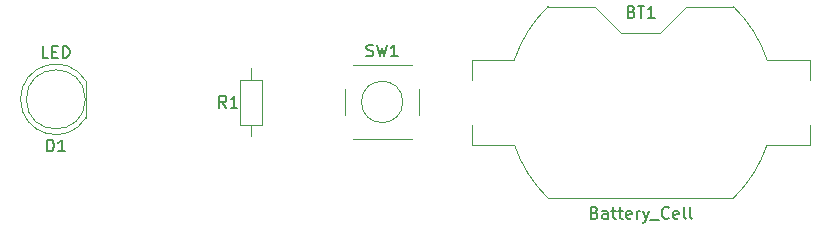
<source format=gto>
%TF.GenerationSoftware,KiCad,Pcbnew,9.99.0-3247-gbad00cdceb*%
%TF.CreationDate,2025-09-27T20:08:06+05:30*%
%TF.ProjectId,led 2,6c656420-322e-46b6-9963-61645f706362,rev?*%
%TF.SameCoordinates,Original*%
%TF.FileFunction,Legend,Top*%
%TF.FilePolarity,Positive*%
%FSLAX46Y46*%
G04 Gerber Fmt 4.6, Leading zero omitted, Abs format (unit mm)*
G04 Created by KiCad (PCBNEW 9.99.0-3247-gbad00cdceb) date 2025-09-27 20:08:06*
%MOMM*%
%LPD*%
G01*
G04 APERTURE LIST*
%ADD10C,0.150000*%
%ADD11C,0.120000*%
G04 APERTURE END LIST*
D10*
X172950285Y-77401009D02*
X173093142Y-77448628D01*
X173093142Y-77448628D02*
X173140761Y-77496247D01*
X173140761Y-77496247D02*
X173188380Y-77591485D01*
X173188380Y-77591485D02*
X173188380Y-77734342D01*
X173188380Y-77734342D02*
X173140761Y-77829580D01*
X173140761Y-77829580D02*
X173093142Y-77877200D01*
X173093142Y-77877200D02*
X172997904Y-77924819D01*
X172997904Y-77924819D02*
X172616952Y-77924819D01*
X172616952Y-77924819D02*
X172616952Y-76924819D01*
X172616952Y-76924819D02*
X172950285Y-76924819D01*
X172950285Y-76924819D02*
X173045523Y-76972438D01*
X173045523Y-76972438D02*
X173093142Y-77020057D01*
X173093142Y-77020057D02*
X173140761Y-77115295D01*
X173140761Y-77115295D02*
X173140761Y-77210533D01*
X173140761Y-77210533D02*
X173093142Y-77305771D01*
X173093142Y-77305771D02*
X173045523Y-77353390D01*
X173045523Y-77353390D02*
X172950285Y-77401009D01*
X172950285Y-77401009D02*
X172616952Y-77401009D01*
X173474095Y-76924819D02*
X174045523Y-76924819D01*
X173759809Y-77924819D02*
X173759809Y-76924819D01*
X174902666Y-77924819D02*
X174331238Y-77924819D01*
X174616952Y-77924819D02*
X174616952Y-76924819D01*
X174616952Y-76924819D02*
X174521714Y-77067676D01*
X174521714Y-77067676D02*
X174426476Y-77162914D01*
X174426476Y-77162914D02*
X174331238Y-77210533D01*
X169831236Y-94419009D02*
X169974093Y-94466628D01*
X169974093Y-94466628D02*
X170021712Y-94514247D01*
X170021712Y-94514247D02*
X170069331Y-94609485D01*
X170069331Y-94609485D02*
X170069331Y-94752342D01*
X170069331Y-94752342D02*
X170021712Y-94847580D01*
X170021712Y-94847580D02*
X169974093Y-94895200D01*
X169974093Y-94895200D02*
X169878855Y-94942819D01*
X169878855Y-94942819D02*
X169497903Y-94942819D01*
X169497903Y-94942819D02*
X169497903Y-93942819D01*
X169497903Y-93942819D02*
X169831236Y-93942819D01*
X169831236Y-93942819D02*
X169926474Y-93990438D01*
X169926474Y-93990438D02*
X169974093Y-94038057D01*
X169974093Y-94038057D02*
X170021712Y-94133295D01*
X170021712Y-94133295D02*
X170021712Y-94228533D01*
X170021712Y-94228533D02*
X169974093Y-94323771D01*
X169974093Y-94323771D02*
X169926474Y-94371390D01*
X169926474Y-94371390D02*
X169831236Y-94419009D01*
X169831236Y-94419009D02*
X169497903Y-94419009D01*
X170926474Y-94942819D02*
X170926474Y-94419009D01*
X170926474Y-94419009D02*
X170878855Y-94323771D01*
X170878855Y-94323771D02*
X170783617Y-94276152D01*
X170783617Y-94276152D02*
X170593141Y-94276152D01*
X170593141Y-94276152D02*
X170497903Y-94323771D01*
X170926474Y-94895200D02*
X170831236Y-94942819D01*
X170831236Y-94942819D02*
X170593141Y-94942819D01*
X170593141Y-94942819D02*
X170497903Y-94895200D01*
X170497903Y-94895200D02*
X170450284Y-94799961D01*
X170450284Y-94799961D02*
X170450284Y-94704723D01*
X170450284Y-94704723D02*
X170497903Y-94609485D01*
X170497903Y-94609485D02*
X170593141Y-94561866D01*
X170593141Y-94561866D02*
X170831236Y-94561866D01*
X170831236Y-94561866D02*
X170926474Y-94514247D01*
X171259808Y-94276152D02*
X171640760Y-94276152D01*
X171402665Y-93942819D02*
X171402665Y-94799961D01*
X171402665Y-94799961D02*
X171450284Y-94895200D01*
X171450284Y-94895200D02*
X171545522Y-94942819D01*
X171545522Y-94942819D02*
X171640760Y-94942819D01*
X171831237Y-94276152D02*
X172212189Y-94276152D01*
X171974094Y-93942819D02*
X171974094Y-94799961D01*
X171974094Y-94799961D02*
X172021713Y-94895200D01*
X172021713Y-94895200D02*
X172116951Y-94942819D01*
X172116951Y-94942819D02*
X172212189Y-94942819D01*
X172926475Y-94895200D02*
X172831237Y-94942819D01*
X172831237Y-94942819D02*
X172640761Y-94942819D01*
X172640761Y-94942819D02*
X172545523Y-94895200D01*
X172545523Y-94895200D02*
X172497904Y-94799961D01*
X172497904Y-94799961D02*
X172497904Y-94419009D01*
X172497904Y-94419009D02*
X172545523Y-94323771D01*
X172545523Y-94323771D02*
X172640761Y-94276152D01*
X172640761Y-94276152D02*
X172831237Y-94276152D01*
X172831237Y-94276152D02*
X172926475Y-94323771D01*
X172926475Y-94323771D02*
X172974094Y-94419009D01*
X172974094Y-94419009D02*
X172974094Y-94514247D01*
X172974094Y-94514247D02*
X172497904Y-94609485D01*
X173402666Y-94942819D02*
X173402666Y-94276152D01*
X173402666Y-94466628D02*
X173450285Y-94371390D01*
X173450285Y-94371390D02*
X173497904Y-94323771D01*
X173497904Y-94323771D02*
X173593142Y-94276152D01*
X173593142Y-94276152D02*
X173688380Y-94276152D01*
X173926476Y-94276152D02*
X174164571Y-94942819D01*
X174402666Y-94276152D02*
X174164571Y-94942819D01*
X174164571Y-94942819D02*
X174069333Y-95180914D01*
X174069333Y-95180914D02*
X174021714Y-95228533D01*
X174021714Y-95228533D02*
X173926476Y-95276152D01*
X174545524Y-95038057D02*
X175307428Y-95038057D01*
X176116952Y-94847580D02*
X176069333Y-94895200D01*
X176069333Y-94895200D02*
X175926476Y-94942819D01*
X175926476Y-94942819D02*
X175831238Y-94942819D01*
X175831238Y-94942819D02*
X175688381Y-94895200D01*
X175688381Y-94895200D02*
X175593143Y-94799961D01*
X175593143Y-94799961D02*
X175545524Y-94704723D01*
X175545524Y-94704723D02*
X175497905Y-94514247D01*
X175497905Y-94514247D02*
X175497905Y-94371390D01*
X175497905Y-94371390D02*
X175545524Y-94180914D01*
X175545524Y-94180914D02*
X175593143Y-94085676D01*
X175593143Y-94085676D02*
X175688381Y-93990438D01*
X175688381Y-93990438D02*
X175831238Y-93942819D01*
X175831238Y-93942819D02*
X175926476Y-93942819D01*
X175926476Y-93942819D02*
X176069333Y-93990438D01*
X176069333Y-93990438D02*
X176116952Y-94038057D01*
X176926476Y-94895200D02*
X176831238Y-94942819D01*
X176831238Y-94942819D02*
X176640762Y-94942819D01*
X176640762Y-94942819D02*
X176545524Y-94895200D01*
X176545524Y-94895200D02*
X176497905Y-94799961D01*
X176497905Y-94799961D02*
X176497905Y-94419009D01*
X176497905Y-94419009D02*
X176545524Y-94323771D01*
X176545524Y-94323771D02*
X176640762Y-94276152D01*
X176640762Y-94276152D02*
X176831238Y-94276152D01*
X176831238Y-94276152D02*
X176926476Y-94323771D01*
X176926476Y-94323771D02*
X176974095Y-94419009D01*
X176974095Y-94419009D02*
X176974095Y-94514247D01*
X176974095Y-94514247D02*
X176497905Y-94609485D01*
X177545524Y-94942819D02*
X177450286Y-94895200D01*
X177450286Y-94895200D02*
X177402667Y-94799961D01*
X177402667Y-94799961D02*
X177402667Y-93942819D01*
X178069334Y-94942819D02*
X177974096Y-94895200D01*
X177974096Y-94895200D02*
X177926477Y-94799961D01*
X177926477Y-94799961D02*
X177926477Y-93942819D01*
X150506667Y-81161200D02*
X150649524Y-81208819D01*
X150649524Y-81208819D02*
X150887619Y-81208819D01*
X150887619Y-81208819D02*
X150982857Y-81161200D01*
X150982857Y-81161200D02*
X151030476Y-81113580D01*
X151030476Y-81113580D02*
X151078095Y-81018342D01*
X151078095Y-81018342D02*
X151078095Y-80923104D01*
X151078095Y-80923104D02*
X151030476Y-80827866D01*
X151030476Y-80827866D02*
X150982857Y-80780247D01*
X150982857Y-80780247D02*
X150887619Y-80732628D01*
X150887619Y-80732628D02*
X150697143Y-80685009D01*
X150697143Y-80685009D02*
X150601905Y-80637390D01*
X150601905Y-80637390D02*
X150554286Y-80589771D01*
X150554286Y-80589771D02*
X150506667Y-80494533D01*
X150506667Y-80494533D02*
X150506667Y-80399295D01*
X150506667Y-80399295D02*
X150554286Y-80304057D01*
X150554286Y-80304057D02*
X150601905Y-80256438D01*
X150601905Y-80256438D02*
X150697143Y-80208819D01*
X150697143Y-80208819D02*
X150935238Y-80208819D01*
X150935238Y-80208819D02*
X151078095Y-80256438D01*
X151411429Y-80208819D02*
X151649524Y-81208819D01*
X151649524Y-81208819D02*
X151840000Y-80494533D01*
X151840000Y-80494533D02*
X152030476Y-81208819D01*
X152030476Y-81208819D02*
X152268572Y-80208819D01*
X153173333Y-81208819D02*
X152601905Y-81208819D01*
X152887619Y-81208819D02*
X152887619Y-80208819D01*
X152887619Y-80208819D02*
X152792381Y-80351676D01*
X152792381Y-80351676D02*
X152697143Y-80446914D01*
X152697143Y-80446914D02*
X152601905Y-80494533D01*
X123472905Y-89250819D02*
X123472905Y-88250819D01*
X123472905Y-88250819D02*
X123711000Y-88250819D01*
X123711000Y-88250819D02*
X123853857Y-88298438D01*
X123853857Y-88298438D02*
X123949095Y-88393676D01*
X123949095Y-88393676D02*
X123996714Y-88488914D01*
X123996714Y-88488914D02*
X124044333Y-88679390D01*
X124044333Y-88679390D02*
X124044333Y-88822247D01*
X124044333Y-88822247D02*
X123996714Y-89012723D01*
X123996714Y-89012723D02*
X123949095Y-89107961D01*
X123949095Y-89107961D02*
X123853857Y-89203200D01*
X123853857Y-89203200D02*
X123711000Y-89250819D01*
X123711000Y-89250819D02*
X123472905Y-89250819D01*
X124996714Y-89250819D02*
X124425286Y-89250819D01*
X124711000Y-89250819D02*
X124711000Y-88250819D01*
X124711000Y-88250819D02*
X124615762Y-88393676D01*
X124615762Y-88393676D02*
X124520524Y-88488914D01*
X124520524Y-88488914D02*
X124425286Y-88536533D01*
X123568142Y-81330819D02*
X123091952Y-81330819D01*
X123091952Y-81330819D02*
X123091952Y-80330819D01*
X123901476Y-80807009D02*
X124234809Y-80807009D01*
X124377666Y-81330819D02*
X123901476Y-81330819D01*
X123901476Y-81330819D02*
X123901476Y-80330819D01*
X123901476Y-80330819D02*
X124377666Y-80330819D01*
X124806238Y-81330819D02*
X124806238Y-80330819D01*
X124806238Y-80330819D02*
X125044333Y-80330819D01*
X125044333Y-80330819D02*
X125187190Y-80378438D01*
X125187190Y-80378438D02*
X125282428Y-80473676D01*
X125282428Y-80473676D02*
X125330047Y-80568914D01*
X125330047Y-80568914D02*
X125377666Y-80759390D01*
X125377666Y-80759390D02*
X125377666Y-80902247D01*
X125377666Y-80902247D02*
X125330047Y-81092723D01*
X125330047Y-81092723D02*
X125282428Y-81187961D01*
X125282428Y-81187961D02*
X125187190Y-81283200D01*
X125187190Y-81283200D02*
X125044333Y-81330819D01*
X125044333Y-81330819D02*
X124806238Y-81330819D01*
X138629333Y-85544819D02*
X138296000Y-85068628D01*
X138057905Y-85544819D02*
X138057905Y-84544819D01*
X138057905Y-84544819D02*
X138438857Y-84544819D01*
X138438857Y-84544819D02*
X138534095Y-84592438D01*
X138534095Y-84592438D02*
X138581714Y-84640057D01*
X138581714Y-84640057D02*
X138629333Y-84735295D01*
X138629333Y-84735295D02*
X138629333Y-84878152D01*
X138629333Y-84878152D02*
X138581714Y-84973390D01*
X138581714Y-84973390D02*
X138534095Y-85021009D01*
X138534095Y-85021009D02*
X138438857Y-85068628D01*
X138438857Y-85068628D02*
X138057905Y-85068628D01*
X139581714Y-85544819D02*
X139010286Y-85544819D01*
X139296000Y-85544819D02*
X139296000Y-84544819D01*
X139296000Y-84544819D02*
X139200762Y-84687676D01*
X139200762Y-84687676D02*
X139105524Y-84782914D01*
X139105524Y-84782914D02*
X139010286Y-84830533D01*
%TO.C,BT1*%
D11*
X188046000Y-88700000D02*
X184428000Y-88700000D01*
X188046000Y-86990000D02*
X188046000Y-88700000D01*
X188046000Y-83190000D02*
X188046000Y-81480000D01*
X184428000Y-81480000D02*
X188046000Y-81480000D01*
X181583300Y-93200000D02*
X165888700Y-93200000D01*
X177596000Y-76980000D02*
X181583300Y-76980000D01*
X175396000Y-79180000D02*
X177596000Y-76980000D01*
X172076000Y-79180000D02*
X175396000Y-79180000D01*
X172076000Y-79180000D02*
X169876000Y-76980000D01*
X165888700Y-76980000D02*
X169876000Y-76980000D01*
X163044000Y-88700000D02*
X159426000Y-88700000D01*
X159426000Y-86990000D02*
X159426000Y-88700000D01*
X159426000Y-83190000D02*
X159426000Y-81480000D01*
X159426000Y-81480000D02*
X163044000Y-81480000D01*
X184428000Y-88700000D02*
G75*
G02*
X181581372Y-93201790I-10692020J3610010D01*
G01*
X181581371Y-76978211D02*
G75*
G02*
X184428000Y-81480000I-7845366J-8111785D01*
G01*
X165890629Y-93201789D02*
G75*
G02*
X163044000Y-88700000I7845371J8111789D01*
G01*
X163044000Y-81480000D02*
G75*
G02*
X165890629Y-76978211I10692020J-3610012D01*
G01*
%TO.C,SW1*%
X148720000Y-86154000D02*
X148720000Y-83954000D01*
X149340000Y-81934000D02*
X154340000Y-81934000D01*
X149340000Y-88174000D02*
X154340000Y-88174000D01*
X154960000Y-83954000D02*
X154960000Y-86154000D01*
X153590000Y-85054000D02*
G75*
G02*
X150090000Y-85054000I-1750000J0D01*
G01*
X150090000Y-85054000D02*
G75*
G02*
X153590000Y-85054000I1750000J0D01*
G01*
%TO.C,D1*%
X126711000Y-84836000D02*
G75*
G02*
X121711000Y-84836000I-2500000J0D01*
G01*
X121711000Y-84836000D02*
G75*
G02*
X126711000Y-84836000I2500000J0D01*
G01*
X121221000Y-84836000D02*
G75*
G02*
X126771000Y-83291170I2990000J0D01*
G01*
X126771000Y-86380830D02*
G75*
G02*
X121221000Y-84836000I-2560000J1544830D01*
G01*
X126771000Y-86381000D02*
X126771000Y-83291000D01*
%TO.C,R1*%
X139796000Y-83170000D02*
X139796000Y-87010000D01*
X141636000Y-87010000D01*
X141636000Y-83170000D01*
X139796000Y-83170000D01*
X140716000Y-82220000D02*
X140716000Y-83170000D01*
X140716000Y-87960000D02*
X140716000Y-87010000D01*
%TD*%
M02*

</source>
